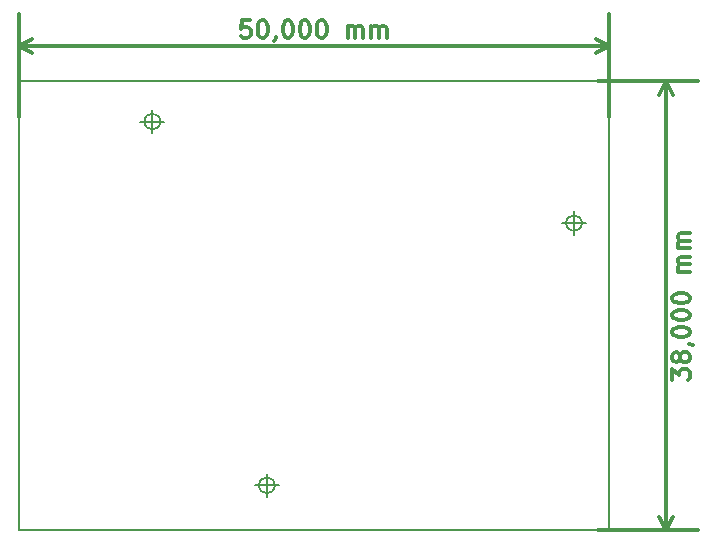
<source format=gbr>
G04 #@! TF.FileFunction,Other,Comment*
%FSLAX46Y46*%
G04 Gerber Fmt 4.6, Leading zero omitted, Abs format (unit mm)*
G04 Created by KiCad (PCBNEW 4.0.0-2.201512091501+6195~38~ubuntu15.10.1-stable) date do 17 dec 2015 22:41:39 CET*
%MOMM*%
G01*
G04 APERTURE LIST*
%ADD10C,0.100000*%
%ADD11C,0.150000*%
%ADD12C,0.300000*%
G04 APERTURE END LIST*
D10*
D11*
X124666666Y-69000000D02*
G75*
G03X124666666Y-69000000I-666666J0D01*
G01*
X123000000Y-69000000D02*
X125000000Y-69000000D01*
X124000000Y-68000000D02*
X124000000Y-70000000D01*
X88966666Y-60400000D02*
G75*
G03X88966666Y-60400000I-666666J0D01*
G01*
X87300000Y-60400000D02*
X89300000Y-60400000D01*
X88300000Y-59400000D02*
X88300000Y-61400000D01*
X98666666Y-91200000D02*
G75*
G03X98666666Y-91200000I-666666J0D01*
G01*
X97000000Y-91200000D02*
X99000000Y-91200000D01*
X98000000Y-90200000D02*
X98000000Y-92200000D01*
X77000000Y-95000000D02*
X77000000Y-57000000D01*
X127000000Y-95000000D02*
X77000000Y-95000000D01*
X127000000Y-57000000D02*
X127000000Y-95000000D01*
X77000000Y-57000000D02*
X127000000Y-57000000D01*
D12*
X132328571Y-82285713D02*
X132328571Y-81357142D01*
X132900000Y-81857142D01*
X132900000Y-81642856D01*
X132971429Y-81499999D01*
X133042857Y-81428570D01*
X133185714Y-81357142D01*
X133542857Y-81357142D01*
X133685714Y-81428570D01*
X133757143Y-81499999D01*
X133828571Y-81642856D01*
X133828571Y-82071428D01*
X133757143Y-82214285D01*
X133685714Y-82285713D01*
X132971429Y-80499999D02*
X132900000Y-80642857D01*
X132828571Y-80714285D01*
X132685714Y-80785714D01*
X132614286Y-80785714D01*
X132471429Y-80714285D01*
X132400000Y-80642857D01*
X132328571Y-80499999D01*
X132328571Y-80214285D01*
X132400000Y-80071428D01*
X132471429Y-79999999D01*
X132614286Y-79928571D01*
X132685714Y-79928571D01*
X132828571Y-79999999D01*
X132900000Y-80071428D01*
X132971429Y-80214285D01*
X132971429Y-80499999D01*
X133042857Y-80642857D01*
X133114286Y-80714285D01*
X133257143Y-80785714D01*
X133542857Y-80785714D01*
X133685714Y-80714285D01*
X133757143Y-80642857D01*
X133828571Y-80499999D01*
X133828571Y-80214285D01*
X133757143Y-80071428D01*
X133685714Y-79999999D01*
X133542857Y-79928571D01*
X133257143Y-79928571D01*
X133114286Y-79999999D01*
X133042857Y-80071428D01*
X132971429Y-80214285D01*
X133757143Y-79214286D02*
X133828571Y-79214286D01*
X133971429Y-79285714D01*
X134042857Y-79357143D01*
X132328571Y-78285714D02*
X132328571Y-78142857D01*
X132400000Y-78000000D01*
X132471429Y-77928571D01*
X132614286Y-77857142D01*
X132900000Y-77785714D01*
X133257143Y-77785714D01*
X133542857Y-77857142D01*
X133685714Y-77928571D01*
X133757143Y-78000000D01*
X133828571Y-78142857D01*
X133828571Y-78285714D01*
X133757143Y-78428571D01*
X133685714Y-78500000D01*
X133542857Y-78571428D01*
X133257143Y-78642857D01*
X132900000Y-78642857D01*
X132614286Y-78571428D01*
X132471429Y-78500000D01*
X132400000Y-78428571D01*
X132328571Y-78285714D01*
X132328571Y-76857143D02*
X132328571Y-76714286D01*
X132400000Y-76571429D01*
X132471429Y-76500000D01*
X132614286Y-76428571D01*
X132900000Y-76357143D01*
X133257143Y-76357143D01*
X133542857Y-76428571D01*
X133685714Y-76500000D01*
X133757143Y-76571429D01*
X133828571Y-76714286D01*
X133828571Y-76857143D01*
X133757143Y-77000000D01*
X133685714Y-77071429D01*
X133542857Y-77142857D01*
X133257143Y-77214286D01*
X132900000Y-77214286D01*
X132614286Y-77142857D01*
X132471429Y-77071429D01*
X132400000Y-77000000D01*
X132328571Y-76857143D01*
X132328571Y-75428572D02*
X132328571Y-75285715D01*
X132400000Y-75142858D01*
X132471429Y-75071429D01*
X132614286Y-75000000D01*
X132900000Y-74928572D01*
X133257143Y-74928572D01*
X133542857Y-75000000D01*
X133685714Y-75071429D01*
X133757143Y-75142858D01*
X133828571Y-75285715D01*
X133828571Y-75428572D01*
X133757143Y-75571429D01*
X133685714Y-75642858D01*
X133542857Y-75714286D01*
X133257143Y-75785715D01*
X132900000Y-75785715D01*
X132614286Y-75714286D01*
X132471429Y-75642858D01*
X132400000Y-75571429D01*
X132328571Y-75428572D01*
X133828571Y-73142858D02*
X132828571Y-73142858D01*
X132971429Y-73142858D02*
X132900000Y-73071430D01*
X132828571Y-72928572D01*
X132828571Y-72714287D01*
X132900000Y-72571430D01*
X133042857Y-72500001D01*
X133828571Y-72500001D01*
X133042857Y-72500001D02*
X132900000Y-72428572D01*
X132828571Y-72285715D01*
X132828571Y-72071430D01*
X132900000Y-71928572D01*
X133042857Y-71857144D01*
X133828571Y-71857144D01*
X133828571Y-71142858D02*
X132828571Y-71142858D01*
X132971429Y-71142858D02*
X132900000Y-71071430D01*
X132828571Y-70928572D01*
X132828571Y-70714287D01*
X132900000Y-70571430D01*
X133042857Y-70500001D01*
X133828571Y-70500001D01*
X133042857Y-70500001D02*
X132900000Y-70428572D01*
X132828571Y-70285715D01*
X132828571Y-70071430D01*
X132900000Y-69928572D01*
X133042857Y-69857144D01*
X133828571Y-69857144D01*
X131800000Y-95000000D02*
X131800000Y-57000000D01*
X126000000Y-95000000D02*
X134500000Y-95000000D01*
X126000000Y-57000000D02*
X134500000Y-57000000D01*
X131800000Y-57000000D02*
X132386421Y-58126504D01*
X131800000Y-57000000D02*
X131213579Y-58126504D01*
X131800000Y-95000000D02*
X132386421Y-93873496D01*
X131800000Y-95000000D02*
X131213579Y-93873496D01*
X96571430Y-51828571D02*
X95857144Y-51828571D01*
X95785715Y-52542857D01*
X95857144Y-52471429D01*
X96000001Y-52400000D01*
X96357144Y-52400000D01*
X96500001Y-52471429D01*
X96571430Y-52542857D01*
X96642858Y-52685714D01*
X96642858Y-53042857D01*
X96571430Y-53185714D01*
X96500001Y-53257143D01*
X96357144Y-53328571D01*
X96000001Y-53328571D01*
X95857144Y-53257143D01*
X95785715Y-53185714D01*
X97571429Y-51828571D02*
X97714286Y-51828571D01*
X97857143Y-51900000D01*
X97928572Y-51971429D01*
X98000001Y-52114286D01*
X98071429Y-52400000D01*
X98071429Y-52757143D01*
X98000001Y-53042857D01*
X97928572Y-53185714D01*
X97857143Y-53257143D01*
X97714286Y-53328571D01*
X97571429Y-53328571D01*
X97428572Y-53257143D01*
X97357143Y-53185714D01*
X97285715Y-53042857D01*
X97214286Y-52757143D01*
X97214286Y-52400000D01*
X97285715Y-52114286D01*
X97357143Y-51971429D01*
X97428572Y-51900000D01*
X97571429Y-51828571D01*
X98785714Y-53257143D02*
X98785714Y-53328571D01*
X98714286Y-53471429D01*
X98642857Y-53542857D01*
X99714286Y-51828571D02*
X99857143Y-51828571D01*
X100000000Y-51900000D01*
X100071429Y-51971429D01*
X100142858Y-52114286D01*
X100214286Y-52400000D01*
X100214286Y-52757143D01*
X100142858Y-53042857D01*
X100071429Y-53185714D01*
X100000000Y-53257143D01*
X99857143Y-53328571D01*
X99714286Y-53328571D01*
X99571429Y-53257143D01*
X99500000Y-53185714D01*
X99428572Y-53042857D01*
X99357143Y-52757143D01*
X99357143Y-52400000D01*
X99428572Y-52114286D01*
X99500000Y-51971429D01*
X99571429Y-51900000D01*
X99714286Y-51828571D01*
X101142857Y-51828571D02*
X101285714Y-51828571D01*
X101428571Y-51900000D01*
X101500000Y-51971429D01*
X101571429Y-52114286D01*
X101642857Y-52400000D01*
X101642857Y-52757143D01*
X101571429Y-53042857D01*
X101500000Y-53185714D01*
X101428571Y-53257143D01*
X101285714Y-53328571D01*
X101142857Y-53328571D01*
X101000000Y-53257143D01*
X100928571Y-53185714D01*
X100857143Y-53042857D01*
X100785714Y-52757143D01*
X100785714Y-52400000D01*
X100857143Y-52114286D01*
X100928571Y-51971429D01*
X101000000Y-51900000D01*
X101142857Y-51828571D01*
X102571428Y-51828571D02*
X102714285Y-51828571D01*
X102857142Y-51900000D01*
X102928571Y-51971429D01*
X103000000Y-52114286D01*
X103071428Y-52400000D01*
X103071428Y-52757143D01*
X103000000Y-53042857D01*
X102928571Y-53185714D01*
X102857142Y-53257143D01*
X102714285Y-53328571D01*
X102571428Y-53328571D01*
X102428571Y-53257143D01*
X102357142Y-53185714D01*
X102285714Y-53042857D01*
X102214285Y-52757143D01*
X102214285Y-52400000D01*
X102285714Y-52114286D01*
X102357142Y-51971429D01*
X102428571Y-51900000D01*
X102571428Y-51828571D01*
X104857142Y-53328571D02*
X104857142Y-52328571D01*
X104857142Y-52471429D02*
X104928570Y-52400000D01*
X105071428Y-52328571D01*
X105285713Y-52328571D01*
X105428570Y-52400000D01*
X105499999Y-52542857D01*
X105499999Y-53328571D01*
X105499999Y-52542857D02*
X105571428Y-52400000D01*
X105714285Y-52328571D01*
X105928570Y-52328571D01*
X106071428Y-52400000D01*
X106142856Y-52542857D01*
X106142856Y-53328571D01*
X106857142Y-53328571D02*
X106857142Y-52328571D01*
X106857142Y-52471429D02*
X106928570Y-52400000D01*
X107071428Y-52328571D01*
X107285713Y-52328571D01*
X107428570Y-52400000D01*
X107499999Y-52542857D01*
X107499999Y-53328571D01*
X107499999Y-52542857D02*
X107571428Y-52400000D01*
X107714285Y-52328571D01*
X107928570Y-52328571D01*
X108071428Y-52400000D01*
X108142856Y-52542857D01*
X108142856Y-53328571D01*
X77000000Y-54000000D02*
X127000000Y-54000000D01*
X77000000Y-60000000D02*
X77000000Y-51300000D01*
X127000000Y-60000000D02*
X127000000Y-51300000D01*
X127000000Y-54000000D02*
X125873496Y-54586421D01*
X127000000Y-54000000D02*
X125873496Y-53413579D01*
X77000000Y-54000000D02*
X78126504Y-54586421D01*
X77000000Y-54000000D02*
X78126504Y-53413579D01*
M02*

</source>
